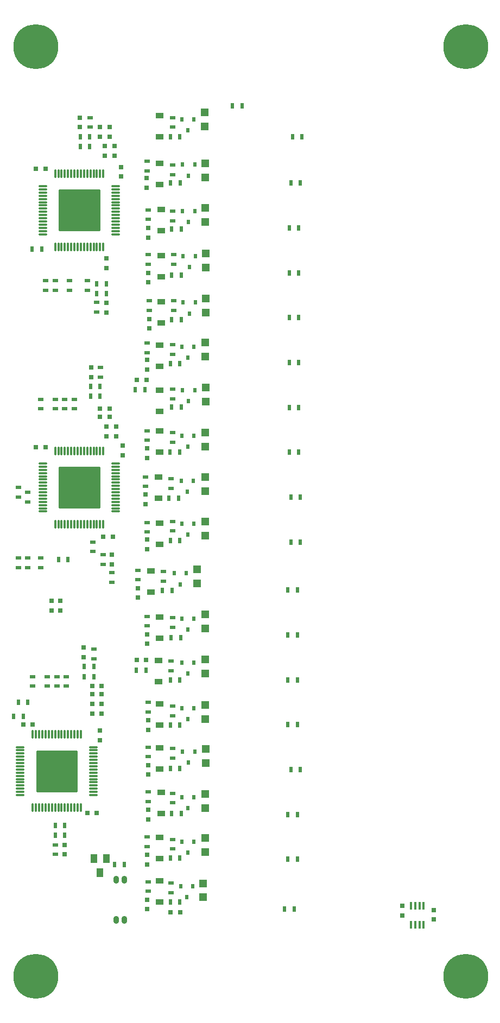
<source format=gbr>
G04 #@! TF.FileFunction,Paste,Top*
%FSLAX46Y46*%
G04 Gerber Fmt 4.6, Leading zero omitted, Abs format (unit mm)*
G04 Created by KiCad (PCBNEW 4.0.6) date 07/17/17 17:26:29*
%MOMM*%
%LPD*%
G01*
G04 APERTURE LIST*
%ADD10C,0.100000*%
%ADD11C,7.000000*%
%ADD12O,1.500000X0.300000*%
%ADD13O,0.300000X1.500000*%
%ADD14O,0.400000X1.260000*%
%ADD15R,0.900000X0.500000*%
%ADD16R,0.500000X0.900000*%
%ADD17R,0.600000X0.700000*%
%ADD18R,0.800000X0.750000*%
%ADD19R,0.750000X0.800000*%
%ADD20O,0.900000X1.250000*%
%ADD21R,1.200000X1.200000*%
%ADD22R,1.200000X0.900000*%
%ADD23R,1.000000X1.400000*%
%ADD24C,0.254000*%
G04 APERTURE END LIST*
D10*
D11*
X121500000Y-37000000D03*
X54500000Y-37000000D03*
X54500000Y-182000000D03*
D12*
X63450000Y-153750000D03*
X63450000Y-153250000D03*
X63450000Y-152750000D03*
X63450000Y-152250000D03*
X63450000Y-151750000D03*
X63450000Y-151250000D03*
X63450000Y-150750000D03*
X63450000Y-150250000D03*
X63450000Y-149750000D03*
X63450000Y-149250000D03*
X63450000Y-148750000D03*
X63450000Y-148250000D03*
X63450000Y-147750000D03*
X63450000Y-147250000D03*
X63450000Y-146750000D03*
X63450000Y-146250000D03*
D13*
X61500000Y-144300000D03*
X61000000Y-144300000D03*
X60500000Y-144300000D03*
X60000000Y-144300000D03*
X59500000Y-144300000D03*
X59000000Y-144300000D03*
X58500000Y-144300000D03*
X58000000Y-144300000D03*
X57500000Y-144300000D03*
X57000000Y-144300000D03*
X56500000Y-144300000D03*
X56000000Y-144300000D03*
X55500000Y-144300000D03*
X55000000Y-144300000D03*
X54500000Y-144300000D03*
X54000000Y-144300000D03*
D12*
X52050000Y-146250000D03*
X52050000Y-146750000D03*
X52050000Y-147250000D03*
X52050000Y-147750000D03*
X52050000Y-148250000D03*
X52050000Y-148750000D03*
X52050000Y-149250000D03*
X52050000Y-149750000D03*
X52050000Y-150250000D03*
X52050000Y-150750000D03*
X52050000Y-151250000D03*
X52050000Y-151750000D03*
X52050000Y-152250000D03*
X52050000Y-152750000D03*
X52050000Y-153250000D03*
X52050000Y-153750000D03*
D13*
X54000000Y-155700000D03*
X54500000Y-155700000D03*
X55000000Y-155700000D03*
X55500000Y-155700000D03*
X56000000Y-155700000D03*
X56500000Y-155700000D03*
X57000000Y-155700000D03*
X57500000Y-155700000D03*
X58000000Y-155700000D03*
X58500000Y-155700000D03*
X59000000Y-155700000D03*
X59500000Y-155700000D03*
X60000000Y-155700000D03*
X60500000Y-155700000D03*
X61000000Y-155700000D03*
X61500000Y-155700000D03*
D14*
X113025000Y-173960000D03*
X113675000Y-173960000D03*
X114325000Y-173960000D03*
X114975000Y-173960000D03*
X114975000Y-171040000D03*
X114325000Y-171040000D03*
X113675000Y-171040000D03*
X113025000Y-171040000D03*
D15*
X62950000Y-49550000D03*
X62950000Y-48050000D03*
D16*
X64500000Y-91500000D03*
X63000000Y-91500000D03*
D15*
X72000000Y-69450000D03*
X72000000Y-70950000D03*
X72000000Y-146250000D03*
X72000000Y-147750000D03*
D17*
X79150000Y-140200000D03*
X77250000Y-140200000D03*
X78200000Y-141900000D03*
X79350000Y-69700000D03*
X77450000Y-69700000D03*
X78400000Y-71400000D03*
X79150000Y-48300000D03*
X77250000Y-48300000D03*
X78200000Y-50000000D03*
X79250000Y-55400000D03*
X77350000Y-55400000D03*
X78300000Y-57100000D03*
D15*
X71800000Y-54850000D03*
X71800000Y-56350000D03*
D18*
X64750000Y-136750000D03*
X63250000Y-136750000D03*
X63250000Y-139500000D03*
X64750000Y-139500000D03*
D19*
X67750000Y-55750000D03*
X67750000Y-57250000D03*
D18*
X70200000Y-132650000D03*
X71700000Y-132650000D03*
D19*
X71800000Y-128650000D03*
X71800000Y-130150000D03*
X70400000Y-121450000D03*
X70400000Y-122950000D03*
X71800000Y-113850000D03*
X71800000Y-115350000D03*
X71600000Y-106850000D03*
X71600000Y-108350000D03*
X71800000Y-99650000D03*
X71800000Y-101150000D03*
D18*
X70250000Y-89000000D03*
X71750000Y-89000000D03*
D19*
X71800000Y-85850000D03*
X71800000Y-87350000D03*
X72200000Y-79450000D03*
X72200000Y-80950000D03*
X72000000Y-72250000D03*
X72000000Y-73750000D03*
X72000000Y-65250000D03*
X72000000Y-66750000D03*
X71750000Y-57500000D03*
X71750000Y-59000000D03*
D18*
X64000000Y-156500000D03*
X62500000Y-156500000D03*
X77000000Y-172000000D03*
X75500000Y-172000000D03*
D19*
X71800000Y-170050000D03*
X71800000Y-171550000D03*
X71800000Y-163050000D03*
X71800000Y-164550000D03*
X72000000Y-156050000D03*
X72000000Y-157550000D03*
X72000000Y-149050000D03*
X72000000Y-150550000D03*
X72000000Y-142050000D03*
X72000000Y-143550000D03*
D15*
X54000000Y-136750000D03*
X54000000Y-135250000D03*
X56250000Y-135250000D03*
X56250000Y-136750000D03*
X57750000Y-136750000D03*
X57750000Y-135250000D03*
X59250000Y-136750000D03*
X59250000Y-135250000D03*
X55250000Y-92000000D03*
X55250000Y-93500000D03*
X57500000Y-92000000D03*
X57500000Y-93500000D03*
X59000000Y-92000000D03*
X59000000Y-93500000D03*
X60500000Y-92000000D03*
X60500000Y-93500000D03*
X51750000Y-118250000D03*
X51750000Y-116750000D03*
X53250000Y-118250000D03*
X53250000Y-116750000D03*
X55250000Y-118250000D03*
X55250000Y-116750000D03*
D16*
X58000000Y-117000000D03*
X59500000Y-117000000D03*
D15*
X56000000Y-75000000D03*
X56000000Y-73500000D03*
X57500000Y-75000000D03*
X57500000Y-73500000D03*
X59750000Y-75000000D03*
X59750000Y-73500000D03*
X62500000Y-75000000D03*
X62500000Y-73500000D03*
X75800000Y-127550000D03*
X75800000Y-126050000D03*
X74400000Y-120350000D03*
X74400000Y-118850000D03*
X75800000Y-112550000D03*
X75800000Y-111050000D03*
D16*
X76950000Y-170400000D03*
X75450000Y-170400000D03*
X76950000Y-163600000D03*
X75450000Y-163600000D03*
X77150000Y-156600000D03*
X75650000Y-156600000D03*
X76950000Y-149600000D03*
X75450000Y-149600000D03*
X76950000Y-142800000D03*
X75450000Y-142800000D03*
X76950000Y-135800000D03*
X75450000Y-135800000D03*
X94750000Y-171500000D03*
X93250000Y-171500000D03*
D15*
X72000000Y-167250000D03*
X72000000Y-168750000D03*
X71800000Y-160250000D03*
X71800000Y-161750000D03*
X72000000Y-153250000D03*
X72000000Y-154750000D03*
X72000000Y-139250000D03*
X72000000Y-140750000D03*
X75600000Y-105900000D03*
X75600000Y-104400000D03*
D16*
X95250000Y-163750000D03*
X93750000Y-163750000D03*
X95250000Y-156750000D03*
X93750000Y-156750000D03*
X95750000Y-149750000D03*
X94250000Y-149750000D03*
X95250000Y-142750000D03*
X93750000Y-142750000D03*
X95250000Y-135750000D03*
X93750000Y-135750000D03*
X95250000Y-128750000D03*
X93750000Y-128750000D03*
X77050000Y-129200000D03*
X75550000Y-129200000D03*
X75750000Y-121800000D03*
X74250000Y-121800000D03*
X76950000Y-114000000D03*
X75450000Y-114000000D03*
X76750000Y-107400000D03*
X75250000Y-107400000D03*
X76900000Y-100200000D03*
X75400000Y-100200000D03*
X77150000Y-93200000D03*
X75650000Y-93200000D03*
X71650000Y-134250000D03*
X70150000Y-134250000D03*
D15*
X71800000Y-125850000D03*
X71800000Y-127350000D03*
X70400000Y-118650000D03*
X70400000Y-120150000D03*
X71800000Y-111200000D03*
X71800000Y-112700000D03*
X71600000Y-104100000D03*
X71600000Y-105600000D03*
X71800000Y-96900000D03*
X71800000Y-98400000D03*
X75800000Y-98700000D03*
X75800000Y-97200000D03*
D16*
X95250000Y-121750000D03*
X93750000Y-121750000D03*
X95750000Y-114250000D03*
X94250000Y-114250000D03*
X95750000Y-107250000D03*
X94250000Y-107250000D03*
X95500000Y-100250000D03*
X94000000Y-100250000D03*
X95500000Y-93250000D03*
X94000000Y-93250000D03*
X95500000Y-86250000D03*
X94000000Y-86250000D03*
X76950000Y-86400000D03*
X75450000Y-86400000D03*
X77150000Y-79600000D03*
X75650000Y-79600000D03*
X77150000Y-72600000D03*
X75650000Y-72600000D03*
X77150000Y-65400000D03*
X75650000Y-65400000D03*
X77000000Y-58200000D03*
X75500000Y-58200000D03*
X76950000Y-51000000D03*
X75450000Y-51000000D03*
X71500000Y-90500000D03*
X70000000Y-90500000D03*
D15*
X71800000Y-83200000D03*
X71800000Y-84700000D03*
X72200000Y-76650000D03*
X72200000Y-78150000D03*
X72000000Y-62450000D03*
X72000000Y-63950000D03*
X75800000Y-91950000D03*
X75800000Y-90450000D03*
D16*
X95500000Y-79250000D03*
X94000000Y-79250000D03*
X95500000Y-72250000D03*
X94000000Y-72250000D03*
X95500000Y-65250000D03*
X94000000Y-65250000D03*
X95750000Y-58250000D03*
X94250000Y-58250000D03*
X96000000Y-51000000D03*
X94500000Y-51000000D03*
X86650000Y-46200000D03*
X85150000Y-46200000D03*
D15*
X75600000Y-168950000D03*
X75600000Y-167450000D03*
D17*
X79350000Y-76900000D03*
X77450000Y-76900000D03*
X78400000Y-78600000D03*
X79150000Y-83800000D03*
X77250000Y-83800000D03*
X78200000Y-85500000D03*
X79250000Y-90600000D03*
X77350000Y-90600000D03*
X78300000Y-92300000D03*
X79150000Y-97700000D03*
X77250000Y-97700000D03*
X78200000Y-99400000D03*
X79050000Y-104700000D03*
X77150000Y-104700000D03*
X78100000Y-106400000D03*
X79150000Y-111400000D03*
X77250000Y-111400000D03*
X78200000Y-113100000D03*
X77950000Y-119150000D03*
X76050000Y-119150000D03*
X77000000Y-120850000D03*
X79150000Y-126200000D03*
X77250000Y-126200000D03*
X78200000Y-127900000D03*
X79150000Y-133100000D03*
X77250000Y-133100000D03*
X78200000Y-134800000D03*
X79250000Y-147000000D03*
X77350000Y-147000000D03*
X78300000Y-148700000D03*
X79150000Y-154100000D03*
X77250000Y-154100000D03*
X78200000Y-155800000D03*
X79150000Y-161000000D03*
X77250000Y-161000000D03*
X78200000Y-162700000D03*
X78950000Y-167950000D03*
X77050000Y-167950000D03*
X78000000Y-169650000D03*
X79250000Y-62600000D03*
X77350000Y-62600000D03*
X78300000Y-64300000D03*
D18*
X66000000Y-94750000D03*
X64500000Y-94750000D03*
X66000000Y-93500000D03*
X64500000Y-93500000D03*
D15*
X75800000Y-162150000D03*
X75800000Y-160650000D03*
X75800000Y-154950000D03*
X75800000Y-153450000D03*
X75800000Y-147950000D03*
X75800000Y-146450000D03*
X75800000Y-141350000D03*
X75800000Y-139850000D03*
X75600000Y-134350000D03*
X75600000Y-132850000D03*
X75800000Y-84950000D03*
X75800000Y-83450000D03*
X76000000Y-78100000D03*
X76000000Y-76600000D03*
X76000000Y-70950000D03*
X76000000Y-69450000D03*
X75800000Y-64150000D03*
X75800000Y-62650000D03*
X75800000Y-56950000D03*
X75800000Y-55450000D03*
X75800000Y-49550000D03*
X75800000Y-48050000D03*
D18*
X63250000Y-141000000D03*
X64750000Y-141000000D03*
X64750000Y-138000000D03*
X63250000Y-138000000D03*
X65500000Y-97750000D03*
X67000000Y-97750000D03*
X65500000Y-96250000D03*
X67000000Y-96250000D03*
X66750000Y-54000000D03*
X65250000Y-54000000D03*
X64500000Y-51000000D03*
X66000000Y-51000000D03*
X66750000Y-52500000D03*
X65250000Y-52500000D03*
X64500000Y-49500000D03*
X66000000Y-49500000D03*
X54500000Y-56000000D03*
X56000000Y-56000000D03*
D19*
X65500000Y-70000000D03*
X65500000Y-71500000D03*
D16*
X51000000Y-141500000D03*
X52500000Y-141500000D03*
D15*
X53250000Y-108000000D03*
X53250000Y-106500000D03*
D16*
X53900000Y-68600000D03*
X55400000Y-68600000D03*
D19*
X64450000Y-145150000D03*
X64450000Y-143650000D03*
X68000000Y-100750000D03*
X68000000Y-99250000D03*
D18*
X66500000Y-113400000D03*
X65000000Y-113400000D03*
X54000000Y-142750000D03*
X52500000Y-142750000D03*
X56000000Y-99500000D03*
X54500000Y-99500000D03*
D16*
X51750000Y-139250000D03*
X53250000Y-139250000D03*
D15*
X51750000Y-107250000D03*
X51750000Y-105750000D03*
D19*
X61950000Y-132250000D03*
X61950000Y-130750000D03*
X59000000Y-163000000D03*
X59000000Y-161500000D03*
X63150000Y-88550000D03*
X63150000Y-87050000D03*
X66350000Y-117750000D03*
X66350000Y-116250000D03*
X61350000Y-48050000D03*
X61350000Y-49550000D03*
X65500000Y-76950000D03*
X65500000Y-78450000D03*
D16*
X62000000Y-133700000D03*
X63500000Y-133700000D03*
X63500000Y-135250000D03*
X62000000Y-135250000D03*
X59000000Y-160000000D03*
X57500000Y-160000000D03*
X57500000Y-158500000D03*
X59000000Y-158500000D03*
X63000000Y-90000000D03*
X64500000Y-90000000D03*
D15*
X64950000Y-116250000D03*
X64950000Y-117750000D03*
X63350000Y-115750000D03*
X63350000Y-114250000D03*
D16*
X61400000Y-51000000D03*
X62900000Y-51000000D03*
X62900000Y-52600000D03*
X61400000Y-52600000D03*
X65500000Y-75550000D03*
X64000000Y-75550000D03*
X64000000Y-74000000D03*
X65500000Y-74000000D03*
D15*
X63500000Y-132500000D03*
X63500000Y-131000000D03*
X57500000Y-163000000D03*
X57500000Y-161500000D03*
X64550000Y-88550000D03*
X64550000Y-87050000D03*
X66350000Y-119050000D03*
X66350000Y-120550000D03*
X64000000Y-78350000D03*
X64000000Y-76850000D03*
D19*
X111650000Y-172550000D03*
X111650000Y-171050000D03*
X116500000Y-173150000D03*
X116500000Y-171650000D03*
D16*
X66750000Y-164600000D03*
X68250000Y-164600000D03*
D20*
X67015000Y-173225000D03*
X68285000Y-173225000D03*
X67015000Y-166975000D03*
X68285000Y-166975000D03*
D19*
X58300000Y-123450000D03*
X58300000Y-124950000D03*
X56900000Y-123450000D03*
X56900000Y-124950000D03*
D12*
X66950000Y-66250000D03*
X66950000Y-65750000D03*
X66950000Y-65250000D03*
X66950000Y-64750000D03*
X66950000Y-64250000D03*
X66950000Y-63750000D03*
X66950000Y-63250000D03*
X66950000Y-62750000D03*
X66950000Y-62250000D03*
X66950000Y-61750000D03*
X66950000Y-61250000D03*
X66950000Y-60750000D03*
X66950000Y-60250000D03*
X66950000Y-59750000D03*
X66950000Y-59250000D03*
X66950000Y-58750000D03*
D13*
X65000000Y-56800000D03*
X64500000Y-56800000D03*
X64000000Y-56800000D03*
X63500000Y-56800000D03*
X63000000Y-56800000D03*
X62500000Y-56800000D03*
X62000000Y-56800000D03*
X61500000Y-56800000D03*
X61000000Y-56800000D03*
X60500000Y-56800000D03*
X60000000Y-56800000D03*
X59500000Y-56800000D03*
X59000000Y-56800000D03*
X58500000Y-56800000D03*
X58000000Y-56800000D03*
X57500000Y-56800000D03*
D12*
X55550000Y-58750000D03*
X55550000Y-59250000D03*
X55550000Y-59750000D03*
X55550000Y-60250000D03*
X55550000Y-60750000D03*
X55550000Y-61250000D03*
X55550000Y-61750000D03*
X55550000Y-62250000D03*
X55550000Y-62750000D03*
X55550000Y-63250000D03*
X55550000Y-63750000D03*
X55550000Y-64250000D03*
X55550000Y-64750000D03*
X55550000Y-65250000D03*
X55550000Y-65750000D03*
X55550000Y-66250000D03*
D13*
X57500000Y-68200000D03*
X58000000Y-68200000D03*
X58500000Y-68200000D03*
X59000000Y-68200000D03*
X59500000Y-68200000D03*
X60000000Y-68200000D03*
X60500000Y-68200000D03*
X61000000Y-68200000D03*
X61500000Y-68200000D03*
X62000000Y-68200000D03*
X62500000Y-68200000D03*
X63000000Y-68200000D03*
X63500000Y-68200000D03*
X64000000Y-68200000D03*
X64500000Y-68200000D03*
X65000000Y-68200000D03*
D12*
X66950000Y-109500000D03*
X66950000Y-109000000D03*
X66950000Y-108500000D03*
X66950000Y-108000000D03*
X66950000Y-107500000D03*
X66950000Y-107000000D03*
X66950000Y-106500000D03*
X66950000Y-106000000D03*
X66950000Y-105500000D03*
X66950000Y-105000000D03*
X66950000Y-104500000D03*
X66950000Y-104000000D03*
X66950000Y-103500000D03*
X66950000Y-103000000D03*
X66950000Y-102500000D03*
X66950000Y-102000000D03*
D13*
X65000000Y-100050000D03*
X64500000Y-100050000D03*
X64000000Y-100050000D03*
X63500000Y-100050000D03*
X63000000Y-100050000D03*
X62500000Y-100050000D03*
X62000000Y-100050000D03*
X61500000Y-100050000D03*
X61000000Y-100050000D03*
X60500000Y-100050000D03*
X60000000Y-100050000D03*
X59500000Y-100050000D03*
X59000000Y-100050000D03*
X58500000Y-100050000D03*
X58000000Y-100050000D03*
X57500000Y-100050000D03*
D12*
X55550000Y-102000000D03*
X55550000Y-102500000D03*
X55550000Y-103000000D03*
X55550000Y-103500000D03*
X55550000Y-104000000D03*
X55550000Y-104500000D03*
X55550000Y-105000000D03*
X55550000Y-105500000D03*
X55550000Y-106000000D03*
X55550000Y-106500000D03*
X55550000Y-107000000D03*
X55550000Y-107500000D03*
X55550000Y-108000000D03*
X55550000Y-108500000D03*
X55550000Y-109000000D03*
X55550000Y-109500000D03*
D13*
X57500000Y-111450000D03*
X58000000Y-111450000D03*
X58500000Y-111450000D03*
X59000000Y-111450000D03*
X59500000Y-111450000D03*
X60000000Y-111450000D03*
X60500000Y-111450000D03*
X61000000Y-111450000D03*
X61500000Y-111450000D03*
X62000000Y-111450000D03*
X62500000Y-111450000D03*
X63000000Y-111450000D03*
X63500000Y-111450000D03*
X64000000Y-111450000D03*
X64500000Y-111450000D03*
X65000000Y-111450000D03*
D21*
X80600000Y-167500000D03*
X80600000Y-169700000D03*
X80900000Y-160450000D03*
X80900000Y-162650000D03*
X80900000Y-153550000D03*
X80900000Y-155750000D03*
X81000000Y-146550000D03*
X81000000Y-148750000D03*
X80900000Y-139650000D03*
X80900000Y-141850000D03*
X80900000Y-132550000D03*
X80900000Y-134750000D03*
X80900000Y-125550000D03*
X80900000Y-127750000D03*
X79600000Y-118500000D03*
X79600000Y-120700000D03*
X80900000Y-111050000D03*
X80900000Y-113250000D03*
X80900000Y-104150000D03*
X80900000Y-106350000D03*
X80900000Y-97150000D03*
X80900000Y-99350000D03*
X81000000Y-90150000D03*
X81000000Y-92350000D03*
X80900000Y-83150000D03*
X80900000Y-85350000D03*
X81000000Y-76250000D03*
X81000000Y-78450000D03*
X81000000Y-69250000D03*
X81000000Y-71450000D03*
X80900000Y-62150000D03*
X80900000Y-64350000D03*
X80900000Y-55150000D03*
X80900000Y-57350000D03*
X80800000Y-47250000D03*
X80800000Y-49450000D03*
D22*
X73800000Y-129250000D03*
X73800000Y-125950000D03*
X72400000Y-122050000D03*
X72400000Y-118750000D03*
X73800000Y-114650000D03*
X73800000Y-111350000D03*
X73600000Y-107400000D03*
X73600000Y-104100000D03*
X73800000Y-100200000D03*
X73800000Y-96900000D03*
X73800000Y-93850000D03*
X73800000Y-90550000D03*
X73800000Y-170450000D03*
X73800000Y-167150000D03*
X73800000Y-163650000D03*
X73800000Y-160350000D03*
X74000000Y-156650000D03*
X74000000Y-153350000D03*
X73800000Y-149650000D03*
X73800000Y-146350000D03*
X73800000Y-142850000D03*
X73800000Y-139550000D03*
X73600000Y-136050000D03*
X73600000Y-132750000D03*
X73800000Y-86850000D03*
X73800000Y-83550000D03*
X74000000Y-80100000D03*
X74000000Y-76800000D03*
X74000000Y-72850000D03*
X74000000Y-69550000D03*
X74000000Y-65650000D03*
X74000000Y-62350000D03*
X73800000Y-58450000D03*
X73800000Y-55150000D03*
X73800000Y-51000000D03*
X73800000Y-47700000D03*
D23*
X65450000Y-163650000D03*
X63550000Y-163650000D03*
X64500000Y-165850000D03*
D11*
X121500000Y-182000000D03*
D24*
G36*
X64373000Y-65623000D02*
X58127000Y-65623000D01*
X58127000Y-59377000D01*
X64373000Y-59377000D01*
X64373000Y-65623000D01*
X64373000Y-65623000D01*
G37*
X64373000Y-65623000D02*
X58127000Y-65623000D01*
X58127000Y-59377000D01*
X64373000Y-59377000D01*
X64373000Y-65623000D01*
G36*
X64373000Y-108873000D02*
X58127000Y-108873000D01*
X58127000Y-102627000D01*
X64373000Y-102627000D01*
X64373000Y-108873000D01*
X64373000Y-108873000D01*
G37*
X64373000Y-108873000D02*
X58127000Y-108873000D01*
X58127000Y-102627000D01*
X64373000Y-102627000D01*
X64373000Y-108873000D01*
G36*
X60873000Y-153123000D02*
X54627000Y-153123000D01*
X54627000Y-146877000D01*
X60873000Y-146877000D01*
X60873000Y-153123000D01*
X60873000Y-153123000D01*
G37*
X60873000Y-153123000D02*
X54627000Y-153123000D01*
X54627000Y-146877000D01*
X60873000Y-146877000D01*
X60873000Y-153123000D01*
M02*

</source>
